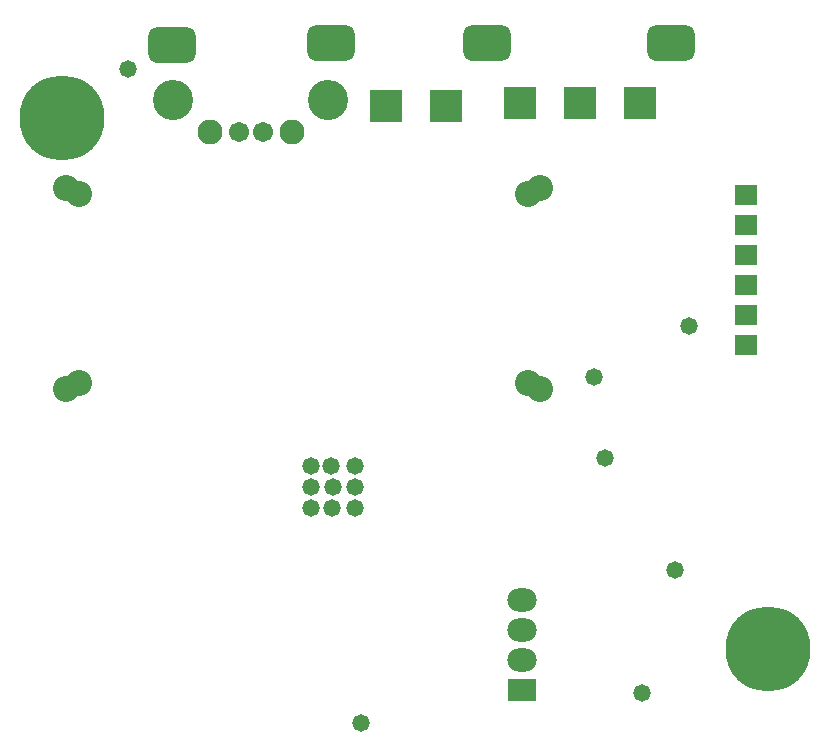
<source format=gbs>
G04 Layer_Color=16711935*
%FSAX25Y25*%
%MOIN*%
G70*
G01*
G75*
G04:AMPARAMS|DCode=69|XSize=158mil|YSize=123mil|CornerRadius=32.75mil|HoleSize=0mil|Usage=FLASHONLY|Rotation=0.000|XOffset=0mil|YOffset=0mil|HoleType=Round|Shape=RoundedRectangle|*
%AMROUNDEDRECTD69*
21,1,0.15800,0.05750,0,0,0.0*
21,1,0.09250,0.12300,0,0,0.0*
1,1,0.06550,0.04625,-0.02875*
1,1,0.06550,-0.04625,-0.02875*
1,1,0.06550,-0.04625,0.02875*
1,1,0.06550,0.04625,0.02875*
%
%ADD69ROUNDEDRECTD69*%
%ADD70C,0.08674*%
%ADD71R,0.07800X0.06800*%
%ADD72C,0.06706*%
%ADD73C,0.13398*%
%ADD74C,0.08300*%
%ADD75R,0.10800X0.10800*%
%ADD76R,0.09800X0.07800*%
%ADD77O,0.09800X0.07800*%
%ADD78C,0.05800*%
%ADD79C,0.28359*%
D69*
X0155020Y0348622D02*
D03*
X0207776Y0349410D02*
D03*
X0259744Y0349409D02*
D03*
X0321358D02*
D03*
D70*
X0123984Y0299102D02*
D03*
X0273484D02*
D03*
X0123984Y0236103D02*
D03*
X0273484D02*
D03*
X0277484Y0234103D02*
D03*
X0119484D02*
D03*
X0277484Y0301102D02*
D03*
X0119484D02*
D03*
D71*
X0346051Y0248700D02*
D03*
Y0258700D02*
D03*
Y0268700D02*
D03*
Y0278700D02*
D03*
Y0288700D02*
D03*
Y0298700D02*
D03*
D72*
X0177229Y0319569D02*
D03*
X0185103D02*
D03*
D73*
X0155300Y0330239D02*
D03*
X0207032D02*
D03*
D74*
X0167387Y0319569D02*
D03*
X0194946D02*
D03*
D75*
X0226318Y0328511D02*
D03*
X0246318D02*
D03*
X0270984Y0329298D02*
D03*
X0290984D02*
D03*
X0310984D02*
D03*
D76*
X0271421Y0133724D02*
D03*
D77*
Y0143724D02*
D03*
Y0153724D02*
D03*
Y0163724D02*
D03*
D78*
X0327165Y0254921D02*
D03*
X0299213Y0210925D02*
D03*
X0217815Y0122539D02*
D03*
X0311417Y0132776D02*
D03*
X0140157Y0340748D02*
D03*
X0295374Y0237992D02*
D03*
X0322516Y0173737D02*
D03*
X0215861Y0201349D02*
D03*
Y0208349D02*
D03*
X0201161D02*
D03*
X0207961D02*
D03*
X0201061Y0201349D02*
D03*
X0208461D02*
D03*
X0201161Y0194349D02*
D03*
X0208361D02*
D03*
X0215861D02*
D03*
D79*
X0118307Y0324410D02*
D03*
X0353386Y0147244D02*
D03*
M02*

</source>
